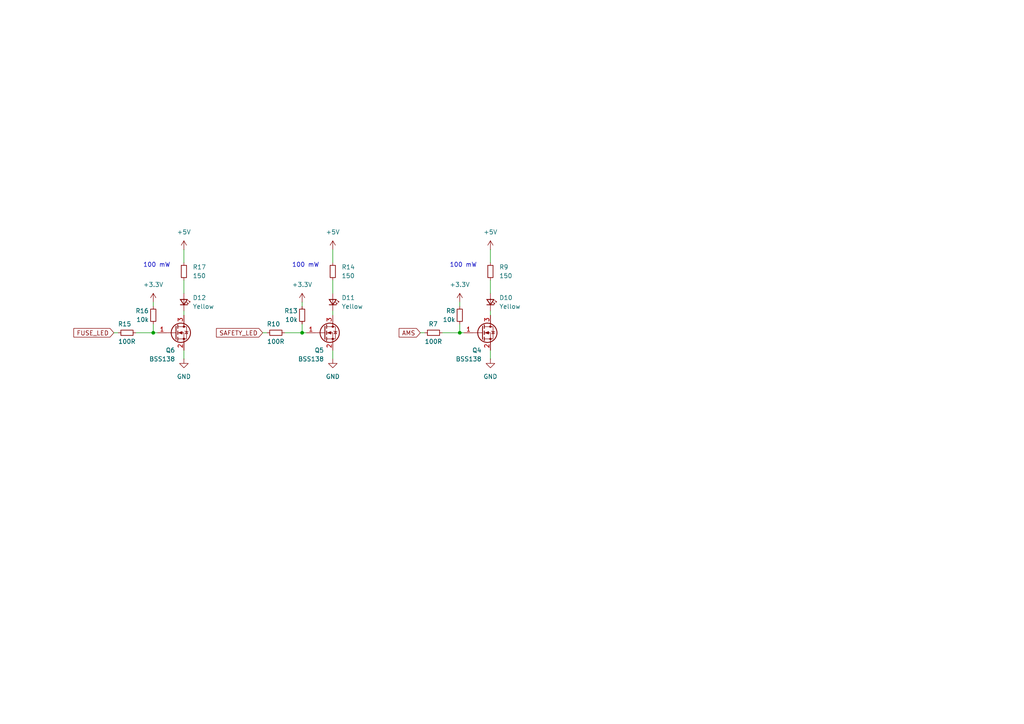
<source format=kicad_sch>
(kicad_sch (version 20250114) (generator "eeschema") (generator_version "9.0")
  (paper "A4")
  (lib_symbols
    (symbol "Device:LED_Small" (pin_numbers (hide yes)) (pin_names (offset 0.254) (hide yes))
      (property "Reference" "D" (at -1.27 3.175 0))
      (property "Value" "LED_Small" (at -4.445 -2.54 0))
      (symbol "LED_Small_0_1"
        (polyline (pts (xy -0.762 -1.016) (xy -0.762 1.016)) (stroke (width 0.254)))
        (polyline (pts (xy 0 0.762) (xy -0.508 1.27) (xy -0.254 1.27) (xy -0.508 1.27) (xy -0.508 1.016)))
        (polyline (pts (xy 0.508 1.27) (xy 0 1.778) (xy 0.254 1.778) (xy 0 1.778) (xy 0 1.524)))
        (polyline (pts (xy 0.762 -1.016) (xy -0.762 0) (xy 0.762 1.016) (xy 0.762 -1.016)) (stroke (width 0.254)))
        (polyline (pts (xy 1.016 0) (xy -0.762 0)))
      )
      (symbol "LED_Small_1_1"
        (pin passive line (at -2.54 0 0) (length 1.778) (name "K") (number "1"))
        (pin passive line (at 2.54 0 180) (length 1.778) (name "A") (number "2"))
      )
    )
    (symbol "Device:R_Small" (pin_numbers (hide yes)) (pin_names (offset 0.254) (hide yes))
      (property "Reference" "R" (at 0.762 0.508 0))
      (property "Value" "R_Small" (at 0.762 -1.016 0))
      (symbol "R_Small_0_1"
        (rectangle (start -0.762 1.778) (end 0.762 -1.778) (stroke (width 0.2032)))
      )
      (symbol "R_Small_1_1"
        (pin passive line (at 0 2.54 270) (length 0.762) (name "~") (number "1"))
        (pin passive line (at 0 -2.54 90) (length 0.762) (name "~") (number "2"))
      )
    )
    (symbol "Transistor_FET:2N7002" (pin_names (hide yes))
      (property "Reference" "Q" (at 5.08 1.905 0))
      (property "Value" "2N7002" (at 5.08 0 0))
      (symbol "2N7002_0_1"
        (polyline (pts (xy 0.254 1.905) (xy 0.254 -1.905)) (stroke (width 0.254)))
        (polyline (pts (xy 0.254 0) (xy -2.54 0)))
        (polyline (pts (xy 0.762 2.286) (xy 0.762 1.27)) (stroke (width 0.254)))
        (polyline (pts (xy 0.762 0.508) (xy 0.762 -0.508)) (stroke (width 0.254)))
        (polyline (pts (xy 0.762 -1.27) (xy 0.762 -2.286)) (stroke (width 0.254)))
        (polyline (pts (xy 0.762 -1.778) (xy 3.302 -1.778) (xy 3.302 1.778) (xy 0.762 1.778)))
        (polyline (pts (xy 1.016 0) (xy 2.032 0.381) (xy 2.032 -0.381) (xy 1.016 0)) (fill (type outline)))
        (circle (center 1.651 0) (radius 2.794) (stroke (width 0.254)))
        (polyline (pts (xy 2.54 2.54) (xy 2.54 1.778)))
        (circle (center 2.54 1.778) (radius 0.254) (fill (type outline)))
        (circle (center 2.54 -1.778) (radius 0.254) (fill (type outline)))
        (polyline (pts (xy 2.54 -2.54) (xy 2.54 0) (xy 0.762 0)))
        (polyline (pts (xy 2.794 0.508) (xy 2.921 0.381) (xy 3.683 0.381) (xy 3.81 0.254)))
        (polyline (pts (xy 3.302 0.381) (xy 2.921 -0.254) (xy 3.683 -0.254) (xy 3.302 0.381)))
      )
      (symbol "2N7002_1_1"
        (pin input line (at -5.08 0 0) (length 2.54) (name "G") (number "1"))
        (pin passive line (at 2.54 5.08 270) (length 2.54) (name "D") (number "3"))
        (pin passive line (at 2.54 -5.08 90) (length 2.54) (name "S") (number "2"))
      )
    )
    (symbol "power:+3.3V" (power) (pin_numbers (hide yes)) (pin_names (offset 0) (hide yes))
      (property "Value" "+3.3V" (at 0 3.556 0))
      (symbol "+3.3V_0_1"
        (polyline (pts (xy -0.762 1.27) (xy 0 2.54)))
        (polyline (pts (xy 0 2.54) (xy 0.762 1.27)))
        (polyline (pts (xy 0 0) (xy 0 2.54)))
      )
      (symbol "+3.3V_1_1"
        (pin power_in line (at 0 0 90) (length 0) (name "~") (number "1"))
      )
    )
    (symbol "power:+5V" (power) (pin_numbers (hide yes)) (pin_names (offset 0) (hide yes))
      (property "Value" "+5V" (at 0 3.556 0))
      (symbol "+5V_0_1"
        (polyline (pts (xy -0.762 1.27) (xy 0 2.54)))
        (polyline (pts (xy 0 2.54) (xy 0.762 1.27)))
        (polyline (pts (xy 0 0) (xy 0 2.54)))
      )
      (symbol "+5V_1_1"
        (pin power_in line (at 0 0 90) (length 0) (name "~") (number "1"))
      )
    )
    (symbol "power:GND" (power) (pin_numbers (hide yes)) (pin_names (offset 0) (hide yes))
      (property "Value" "GND" (at 0 -3.81 0))
      (symbol "GND_0_1"
        (polyline (pts (xy 0 0) (xy 0 -1.27) (xy 1.27 -1.27) (xy 0 -2.54) (xy -1.27 -1.27) (xy 0 -1.27)))
      )
      (symbol "GND_1_1"
        (pin power_in line (at 0 0 270) (length 0) (name "~") (number "1"))
      )
    )
  )
  (text "100 mW" (at 45.466 76.962 0) (effects (font (size 1.27 1.27))))
  (text "100 mW" (at 134.366 76.962 0) (effects (font (size 1.27 1.27))))
  (text "100 mW" (at 88.646 76.962 0) (effects (font (size 1.27 1.27))))
  (junction (at 87.63 96.52))
  (junction (at 133.35 96.52))
  (junction (at 44.45 96.52))
  (wire (pts (xy 53.34 90.17) (xy 53.34 91.44)))
  (wire (pts (xy 33.02 96.52) (xy 34.29 96.52)))
  (wire (pts (xy 76.2 96.52) (xy 77.47 96.52)))
  (wire (pts (xy 53.34 101.6) (xy 53.34 104.14)))
  (wire (pts (xy 87.63 96.52) (xy 88.9 96.52)))
  (wire (pts (xy 142.24 90.17) (xy 142.24 91.44)))
  (wire (pts (xy 53.34 81.28) (xy 53.34 85.09)))
  (wire (pts (xy 133.35 96.52) (xy 134.62 96.52)))
  (wire (pts (xy 142.24 72.39) (xy 142.24 76.2)))
  (wire (pts (xy 121.92 96.52) (xy 123.19 96.52)))
  (wire (pts (xy 87.63 87.63) (xy 87.63 88.9)))
  (wire (pts (xy 44.45 93.98) (xy 44.45 96.52)))
  (wire (pts (xy 44.45 96.52) (xy 45.72 96.52)))
  (wire (pts (xy 142.24 81.28) (xy 142.24 85.09)))
  (wire (pts (xy 96.52 72.39) (xy 96.52 76.2)))
  (wire (pts (xy 39.37 96.52) (xy 44.45 96.52)))
  (wire (pts (xy 133.35 93.98) (xy 133.35 96.52)))
  (wire (pts (xy 142.24 101.6) (xy 142.24 104.14)))
  (wire (pts (xy 96.52 90.17) (xy 96.52 91.44)))
  (wire (pts (xy 82.55 96.52) (xy 87.63 96.52)))
  (wire (pts (xy 128.27 96.52) (xy 133.35 96.52)))
  (wire (pts (xy 96.52 101.6) (xy 96.52 104.14)))
  (wire (pts (xy 44.45 87.63) (xy 44.45 88.9)))
  (wire (pts (xy 133.35 87.63) (xy 133.35 88.9)))
  (wire (pts (xy 87.63 93.98) (xy 87.63 96.52)))
  (wire (pts (xy 53.34 72.39) (xy 53.34 76.2)))
  (wire (pts (xy 96.52 81.28) (xy 96.52 85.09)))
  (global_label "SAFETY_LED" (shape input) (at 76.2 96.52 180) (property "Intersheetrefs" "${INTERSHEET_REFS}" (effects (hide yes))))
  (global_label "AMS" (shape input) (at 121.92 96.52 180) (property "Intersheetrefs" "${INTERSHEET_REFS}" (effects (hide yes))))
  (global_label "FUSE_LED" (shape input) (at 33.02 96.52 180) (property "Intersheetrefs" "${INTERSHEET_REFS}" (effects (hide yes))))
  (symbol (lib_id "Device:R_Small") (at 96.52 78.74 0) (unit 1)
    (property "Reference" "R14" (at 99.06 77.4699 0) (effects (justify left)))
    (property "Value" "150" (at 99.06 80.0099 0) (effects (justify left)))
    (property "Footprint" "Resistor_SMD:R_1206_3216Metric" (effects (hide yes)))
    (property "Description" "Resistor, small symbol" (effects (hide yes)))
  )
  (symbol (lib_id "Device:R_Small") (at 142.24 78.74 0) (unit 1)
    (property "Reference" "R9" (at 144.78 77.4699 0) (effects (justify left)))
    (property "Value" "150" (at 144.78 80.0099 0) (effects (justify left)))
    (property "Footprint" "Resistor_SMD:R_1206_3216Metric" (effects (hide yes)))
    (property "Description" "Resistor, small symbol" (effects (hide yes)))
  )
  (symbol (lib_id "power:+3.3V") (at 133.35 87.63 0) (unit 1)
    (property "Reference" "#PWR021" (effects (hide yes)))
    (property "Value" "+3.3V" (at 133.35 82.55 0))
    (property "Description" "Power symbol creates a global label with name \"+3.3V\"" (effects (hide yes)))
  )
  (symbol (lib_id "power:+5V") (at 53.34 72.39 0) (unit 1)
    (property "Reference" "#PWR031" (effects (hide yes)))
    (property "Value" "+5V" (at 53.34 67.31 0))
    (property "Description" "Power symbol creates a global label with name \"+5V\"" (effects (hide yes)))
  )
  (symbol (lib_id "Device:LED_Small") (at 142.24 87.63 270) (mirror x) (unit 1)
    (property "Reference" "D10" (at 144.78 86.36 90) (effects (justify left)))
    (property "Value" "Yellow" (at 144.78 88.9 90) (effects (justify left)))
    (property "Footprint" "LED_SMD:LED_PLCC-2_3.4x3.0mm_AK" (effects (hide yes)))
    (property "Datasheet" "https://www.tme.eu/Document/b727a26c2a14c1b978f399fc0d48d055/RF-YURA30TS-AE.pdf" (effects (hide yes)))
    (property "Component" "150224YS73100A" (effects (hide yes)))
  )
  (symbol (lib_id "Transistor_FET:2N7002") (at 50.8 96.52 0) (unit 1)
    (property "Reference" "Q6" (at 50.8 101.6 0) (effects (justify right)))
    (property "Value" "BSS138" (at 50.8 104.14 0) (effects (justify right)))
    (property "Footprint" "Package_TO_SOT_SMD:SOT-23" (effects (hide yes)))
    (property "Datasheet" "https://www.onsemi.com/pub/Collateral/NDS7002A-D.PDF" (effects (hide yes)))
  )
  (symbol (lib_id "power:+3.3V") (at 87.63 87.63 0) (unit 1)
    (property "Reference" "#PWR024" (effects (hide yes)))
    (property "Value" "+3.3V" (at 87.63 82.55 0))
    (property "Description" "Power symbol creates a global label with name \"+3.3V\"" (effects (hide yes)))
  )
  (symbol (lib_id "Device:LED_Small") (at 96.52 87.63 270) (mirror x) (unit 1)
    (property "Reference" "D11" (at 99.06 86.36 90) (effects (justify left)))
    (property "Value" "Yellow" (at 99.06 88.9 90) (effects (justify left)))
    (property "Footprint" "LED_SMD:LED_PLCC-2_3.4x3.0mm_AK" (effects (hide yes)))
    (property "Datasheet" "https://www.tme.eu/Document/b727a26c2a14c1b978f399fc0d48d055/RF-YURA30TS-AE.pdf" (effects (hide yes)))
    (property "Component" "150224YS73100A" (effects (hide yes)))
  )
  (symbol (lib_id "Device:R_Small") (at 87.63 91.44 0) (unit 1)
    (property "Reference" "R13" (at 86.36 90.17 0) (effects (justify right)))
    (property "Value" "10k" (at 86.36 92.71 0) (effects (justify right)))
    (property "Footprint" "Resistor_SMD:R_0603_1608Metric" (effects (hide yes)))
  )
  (symbol (lib_id "Transistor_FET:2N7002") (at 93.98 96.52 0) (unit 1)
    (property "Reference" "Q5" (at 93.98 101.6 0) (effects (justify right)))
    (property "Value" "BSS138" (at 93.98 104.14 0) (effects (justify right)))
    (property "Footprint" "Package_TO_SOT_SMD:SOT-23" (effects (hide yes)))
    (property "Datasheet" "https://www.onsemi.com/pub/Collateral/NDS7002A-D.PDF" (effects (hide yes)))
  )
  (symbol (lib_id "power:+5V") (at 142.24 72.39 0) (unit 1)
    (property "Reference" "#PWR022" (effects (hide yes)))
    (property "Value" "+5V" (at 142.24 67.31 0))
    (property "Description" "Power symbol creates a global label with name \"+5V\"" (effects (hide yes)))
  )
  (symbol (lib_id "power:+3.3V") (at 44.45 87.63 0) (unit 1)
    (property "Reference" "#PWR030" (effects (hide yes)))
    (property "Value" "+3.3V" (at 44.45 82.55 0))
    (property "Description" "Power symbol creates a global label with name \"+3.3V\"" (effects (hide yes)))
  )
  (symbol (lib_id "Device:R_Small") (at 53.34 78.74 0) (unit 1)
    (property "Reference" "R17" (at 55.88 77.4699 0) (effects (justify left)))
    (property "Value" "150" (at 55.88 80.0099 0) (effects (justify left)))
    (property "Footprint" "Resistor_SMD:R_1206_3216Metric" (effects (hide yes)))
    (property "Description" "Resistor, small symbol" (effects (hide yes)))
  )
  (symbol (lib_id "Device:R_Small") (at 80.01 96.52 90) (unit 1)
    (property "Reference" "R10" (at 81.28 93.98 90) (effects (justify left)))
    (property "Value" "100R" (at 82.55 99.06 90) (effects (justify left)))
    (property "Footprint" "Resistor_SMD:R_0603_1608Metric" (effects (hide yes)))
  )
  (symbol (lib_id "power:GND") (at 96.52 104.14 0) (unit 1)
    (property "Reference" "#PWR029" (effects (hide yes)))
    (property "Value" "GND" (at 96.52 109.22 0))
    (property "Description" "Power symbol creates a global label with name \"GND\" , ground" (effects (hide yes)))
  )
  (symbol (lib_id "power:+5V") (at 96.52 72.39 0) (unit 1)
    (property "Reference" "#PWR025" (effects (hide yes)))
    (property "Value" "+5V" (at 96.52 67.31 0))
    (property "Description" "Power symbol creates a global label with name \"+5V\"" (effects (hide yes)))
  )
  (symbol (lib_id "Device:LED_Small") (at 53.34 87.63 270) (mirror x) (unit 1)
    (property "Reference" "D12" (at 55.88 86.36 90) (effects (justify left)))
    (property "Value" "Yellow" (at 55.88 88.9 90) (effects (justify left)))
    (property "Footprint" "LED_SMD:LED_PLCC-2_3.4x3.0mm_AK" (effects (hide yes)))
    (property "Datasheet" "https://www.tme.eu/Document/b727a26c2a14c1b978f399fc0d48d055/RF-YURA30TS-AE.pdf" (effects (hide yes)))
    (property "Component" "150224YS73100A" (effects (hide yes)))
  )
  (symbol (lib_id "power:GND") (at 142.24 104.14 0) (unit 1)
    (property "Reference" "#PWR023" (effects (hide yes)))
    (property "Value" "GND" (at 142.24 109.22 0))
    (property "Description" "Power symbol creates a global label with name \"GND\" , ground" (effects (hide yes)))
  )
  (symbol (lib_id "Transistor_FET:2N7002") (at 139.7 96.52 0) (unit 1)
    (property "Reference" "Q4" (at 139.7 101.6 0) (effects (justify right)))
    (property "Value" "BSS138" (at 139.7 104.14 0) (effects (justify right)))
    (property "Footprint" "Package_TO_SOT_SMD:SOT-23" (effects (hide yes)))
    (property "Datasheet" "https://www.onsemi.com/pub/Collateral/NDS7002A-D.PDF" (effects (hide yes)))
  )
  (symbol (lib_id "Device:R_Small") (at 44.45 91.44 0) (unit 1)
    (property "Reference" "R16" (at 43.18 90.17 0) (effects (justify right)))
    (property "Value" "10k" (at 43.18 92.71 0) (effects (justify right)))
    (property "Footprint" "Resistor_SMD:R_0603_1608Metric" (effects (hide yes)))
  )
  (symbol (lib_id "Device:R_Small") (at 36.83 96.52 90) (unit 1)
    (property "Reference" "R15" (at 38.1 93.98 90) (effects (justify left)))
    (property "Value" "100R" (at 39.37 99.06 90) (effects (justify left)))
    (property "Footprint" "Resistor_SMD:R_0603_1608Metric" (effects (hide yes)))
  )
  (symbol (lib_id "Device:R_Small") (at 125.73 96.52 90) (unit 1)
    (property "Reference" "R7" (at 127 93.98 90) (effects (justify left)))
    (property "Value" "100R" (at 128.27 99.06 90) (effects (justify left)))
    (property "Footprint" "Resistor_SMD:R_0603_1608Metric" (effects (hide yes)))
  )
  (symbol (lib_id "power:GND") (at 53.34 104.14 0) (unit 1)
    (property "Reference" "#PWR032" (effects (hide yes)))
    (property "Value" "GND" (at 53.34 109.22 0))
    (property "Description" "Power symbol creates a global label with name \"GND\" , ground" (effects (hide yes)))
  )
  (symbol (lib_id "Device:R_Small") (at 133.35 91.44 0) (unit 1)
    (property "Reference" "R8" (at 132.08 90.17 0) (effects (justify right)))
    (property "Value" "10k" (at 132.08 92.71 0) (effects (justify right)))
    (property "Footprint" "Resistor_SMD:R_0603_1608Metric" (effects (hide yes)))
  )
)
</source>
